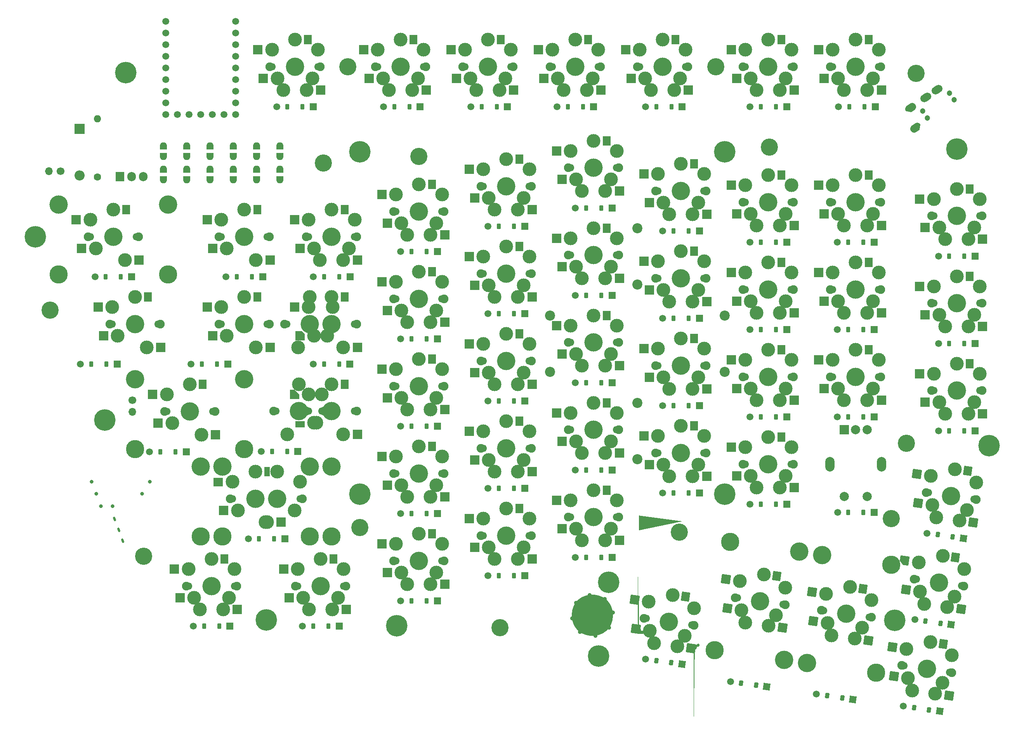
<source format=gts>
%TF.GenerationSoftware,KiCad,Pcbnew,8.0.2*%
%TF.CreationDate,2024-06-02T17:13:22-07:00*%
%TF.ProjectId,ergodonk_simple_zero,6572676f-646f-46e6-9b5f-73696d706c65,0.2.1*%
%TF.SameCoordinates,Original*%
%TF.FileFunction,Soldermask,Top*%
%TF.FilePolarity,Negative*%
%FSLAX46Y46*%
G04 Gerber Fmt 4.6, Leading zero omitted, Abs format (unit mm)*
G04 Created by KiCad (PCBNEW 8.0.2) date 2024-06-02 17:13:22*
%MOMM*%
%LPD*%
G01*
G04 APERTURE LIST*
G04 Aperture macros list*
%AMRoundRect*
0 Rectangle with rounded corners*
0 $1 Rounding radius*
0 $2 $3 $4 $5 $6 $7 $8 $9 X,Y pos of 4 corners*
0 Add a 4 corners polygon primitive as box body*
4,1,4,$2,$3,$4,$5,$6,$7,$8,$9,$2,$3,0*
0 Add four circle primitives for the rounded corners*
1,1,$1+$1,$2,$3*
1,1,$1+$1,$4,$5*
1,1,$1+$1,$6,$7*
1,1,$1+$1,$8,$9*
0 Add four rect primitives between the rounded corners*
20,1,$1+$1,$2,$3,$4,$5,0*
20,1,$1+$1,$4,$5,$6,$7,0*
20,1,$1+$1,$6,$7,$8,$9,0*
20,1,$1+$1,$8,$9,$2,$3,0*%
%AMHorizOval*
0 Thick line with rounded ends*
0 $1 width*
0 $2 $3 position (X,Y) of the first rounded end (center of the circle)*
0 $4 $5 position (X,Y) of the second rounded end (center of the circle)*
0 Add line between two ends*
20,1,$1,$2,$3,$4,$5,0*
0 Add two circle primitives to create the rounded ends*
1,1,$1,$2,$3*
1,1,$1,$4,$5*%
%AMRotRect*
0 Rectangle, with rotation*
0 The origin of the aperture is its center*
0 $1 length*
0 $2 width*
0 $3 Rotation angle, in degrees counterclockwise*
0 Add horizontal line*
21,1,$1,$2,0,0,$3*%
%AMOutline5P*
0 Free polygon, 5 corners , with rotation*
0 The origin of the aperture is its center*
0 number of corners: always 5*
0 $1 to $10 corner X, Y*
0 $11 Rotation angle, in degrees counterclockwise*
0 create outline with 5 corners*
4,1,5,$1,$2,$3,$4,$5,$6,$7,$8,$9,$10,$1,$2,$11*%
%AMOutline6P*
0 Free polygon, 6 corners , with rotation*
0 The origin of the aperture is its center*
0 number of corners: always 6*
0 $1 to $12 corner X, Y*
0 $13 Rotation angle, in degrees counterclockwise*
0 create outline with 6 corners*
4,1,6,$1,$2,$3,$4,$5,$6,$7,$8,$9,$10,$11,$12,$1,$2,$13*%
%AMOutline7P*
0 Free polygon, 7 corners , with rotation*
0 The origin of the aperture is its center*
0 number of corners: always 7*
0 $1 to $14 corner X, Y*
0 $15 Rotation angle, in degrees counterclockwise*
0 create outline with 7 corners*
4,1,7,$1,$2,$3,$4,$5,$6,$7,$8,$9,$10,$11,$12,$13,$14,$1,$2,$15*%
%AMOutline8P*
0 Free polygon, 8 corners , with rotation*
0 The origin of the aperture is its center*
0 number of corners: always 8*
0 $1 to $16 corner X, Y*
0 $17 Rotation angle, in degrees counterclockwise*
0 create outline with 8 corners*
4,1,8,$1,$2,$3,$4,$5,$6,$7,$8,$9,$10,$11,$12,$13,$14,$15,$16,$1,$2,$17*%
%AMFreePoly0*
4,1,18,-0.800000,0.750000,0.050000,0.750000,0.201663,0.734505,0.366964,0.679731,0.515177,0.588312,0.638312,0.465177,0.729731,0.316964,0.784505,0.151663,0.800000,0.000000,0.784505,-0.151663,0.729731,-0.316964,0.638312,-0.465177,0.515177,-0.588312,0.366964,-0.679731,0.201663,-0.734505,0.050000,-0.750000,-0.800000,-0.750000,-0.800000,0.750000,-0.800000,0.750000,$1*%
%AMFreePoly1*
4,1,19,-0.800000,0.000000,-0.784505,0.151663,-0.729731,0.316964,-0.638312,0.465177,-0.515177,0.588312,-0.366964,0.679731,-0.201663,0.734505,-0.050000,0.750000,0.800000,0.750000,0.800000,-0.750000,-0.050000,-0.750000,-0.201663,-0.734505,-0.366964,-0.679731,-0.515177,-0.588312,-0.638312,-0.465177,-0.729731,-0.316964,-0.784505,-0.151663,-0.800000,0.000000,-0.800000,0.000000,-0.800000,0.000000,
$1*%
%AMFreePoly2*
4,1,28,-0.850000,0.400000,-0.842219,0.514750,-0.797860,0.693119,-0.716196,0.857783,-0.601041,1.001041,-0.457783,1.116195,-0.293120,1.197860,-0.114750,1.242219,0.000000,1.250000,0.850001,0.400000,0.850000,-0.400000,0.842219,-0.514750,0.797860,-0.693119,0.716196,-0.857783,0.601041,-1.001041,0.457783,-1.116195,0.293120,-1.197860,0.114750,-1.242219,0.000000,-1.250000,-0.114750,-1.242219,
-0.293119,-1.197860,-0.457783,-1.116195,-0.601041,-1.001041,-0.716195,-0.857783,-0.797860,-0.693119,-0.842219,-0.514750,-0.850001,-0.400000,-0.850000,0.400000,-0.850000,0.400000,$1*%
%AMFreePoly3*
4,1,28,-0.850000,0.400000,-0.842219,0.514750,-0.797860,0.693119,-0.716196,0.857783,-0.601041,1.001041,-0.457783,1.116195,-0.293120,1.197860,-0.114750,1.242219,0.000000,1.250000,0.114750,1.242219,0.293119,1.197860,0.457783,1.116195,0.601041,1.001041,0.716195,0.857783,0.797860,0.693119,0.842219,0.514750,0.850001,0.400000,0.850000,-0.400000,0.000000,-1.250000,-0.114750,-1.242219,
-0.293119,-1.197860,-0.457783,-1.116195,-0.601041,-1.001041,-0.716195,-0.857783,-0.797860,-0.693119,-0.842219,-0.514750,-0.850001,-0.400000,-0.850000,0.400000,-0.850000,0.400000,$1*%
%AMFreePoly4*
4,1,70,0.078904,0.947006,0.105684,0.947006,0.144395,0.936633,0.168156,0.932870,0.178932,0.927378,0.193939,0.923358,0.247393,0.892496,0.265726,0.883156,0.268665,0.880214,0.273067,0.877674,0.337674,0.813067,0.340214,0.808666,0.343156,0.805725,0.352496,0.787393,0.383358,0.733939,0.387378,0.718932,0.392870,0.708156,0.396633,0.684395,0.407006,0.645684,0.407133,0.618095,
0.410000,0.600000,0.410000,0.555652,0.437409,0.471298,0.489542,0.399542,0.561298,0.347408,0.645652,0.320000,0.690000,0.320000,0.798156,0.302870,0.895725,0.253155,0.973156,0.175725,1.022870,0.078156,1.040000,-0.030000,1.022870,-0.138156,0.973156,-0.235725,0.895725,-0.313156,0.798156,-0.362870,0.690000,-0.380000,0.519825,-0.365112,0.354820,-0.320899,0.268177,-0.280496,
0.193939,-0.323358,0.105684,-0.347006,0.014316,-0.347006,-0.073939,-0.323358,-0.153067,-0.277674,-0.217674,-0.213067,-0.263358,-0.133939,-0.287006,-0.045684,-0.290000,0.600000,-0.287006,0.645684,-0.276632,0.684395,-0.272870,0.708156,-0.267378,0.718932,-0.263358,0.733939,-0.232496,0.787393,-0.223156,0.805725,-0.220214,0.808666,-0.217674,0.813067,-0.153067,0.877674,-0.148666,0.880214,
-0.145725,0.883156,-0.127393,0.892496,-0.073939,0.923358,-0.058932,0.927378,-0.048156,0.932870,-0.024395,0.936633,0.014316,0.947006,0.041096,0.947006,0.060001,0.950000,0.078904,0.947006,0.078904,0.947006,$1*%
%AMFreePoly5*
4,1,72,0.778156,0.422870,0.875725,0.373156,0.953156,0.295725,1.002870,0.198156,1.020000,0.090000,1.002870,-0.018156,0.953156,-0.115725,0.875725,-0.193156,0.778156,-0.242870,0.670000,-0.260000,0.625652,-0.260000,0.541298,-0.287409,0.469542,-0.339542,0.417409,-0.411298,0.390000,-0.495652,0.390000,-0.540000,0.387006,-0.585684,0.376633,-0.624395,0.372870,-0.648156,0.367378,-0.658932,
0.363358,-0.673939,0.332496,-0.727393,0.323156,-0.745725,0.320214,-0.748666,0.317674,-0.753067,0.253067,-0.817674,0.248666,-0.820214,0.245724,-0.823156,0.227393,-0.832496,0.173939,-0.863358,0.158932,-0.867378,0.148156,-0.872870,0.124395,-0.876633,0.085684,-0.887006,0.058904,-0.887006,0.040000,-0.890000,0.021096,-0.887006,-0.005684,-0.887006,-0.044395,-0.876633,-0.068156,-0.872870,
-0.078932,-0.867379,-0.093939,-0.863358,-0.147393,-0.832496,-0.165725,-0.823156,-0.168666,-0.820214,-0.173067,-0.817674,-0.237674,-0.753067,-0.240214,-0.748666,-0.243156,-0.745725,-0.252496,-0.727393,-0.283358,-0.673939,-0.287378,-0.658932,-0.292870,-0.648156,-0.296633,-0.624395,-0.307006,-0.585684,-0.307133,-0.558095,-0.310000,-0.540000,-0.307357,-0.509799,-0.310000,0.060000,-0.307006,0.105684,
-0.283358,0.193939,-0.237674,0.273067,-0.173067,0.337674,-0.093939,0.383358,-0.005684,0.407006,0.085684,0.407006,0.173939,0.383358,0.248177,0.340496,0.334820,0.380899,0.499825,0.425112,0.670000,0.440000,0.778156,0.422870,0.778156,0.422870,$1*%
G04 Aperture macros list end*
%ADD10R,1.500000X1.500000*%
%ADD11RoundRect,0.225000X0.225000X0.375000X-0.225000X0.375000X-0.225000X-0.375000X0.225000X-0.375000X0*%
%ADD12C,1.500000*%
%ADD13C,1.900000*%
%ADD14C,1.700000*%
%ADD15C,3.000000*%
%ADD16C,4.000000*%
%ADD17R,1.800000X2.000000*%
%ADD18R,2.000000X2.000000*%
%ADD19C,4.700000*%
%ADD20RotRect,1.500000X1.500000X172.000000*%
%ADD21RoundRect,0.225000X0.275000X0.340037X-0.170620X0.402664X-0.275000X-0.340037X0.170620X-0.402664X0*%
%ADD22HorizOval,0.500000X0.087964X-0.234013X-0.087964X0.234013X0*%
%ADD23FreePoly0,90.000000*%
%ADD24FreePoly1,90.000000*%
%ADD25C,0.700000*%
%ADD26C,3.750000*%
%ADD27C,3.987800*%
%ADD28C,0.800000*%
%ADD29RotRect,1.800000X2.000000X352.000000*%
%ADD30RotRect,2.000000X2.000000X352.000000*%
%ADD31R,1.905000X2.000000*%
%ADD32O,1.905000X2.000000*%
%ADD33Outline5P,-1.000000X1.000000X0.400000X1.000000X1.000000X0.400000X1.000000X-1.000000X-1.000000X-1.000000X0.000000*%
%ADD34R,2.200000X2.200000*%
%ADD35O,2.200000X2.200000*%
%ADD36C,1.200000*%
%ADD37FreePoly2,304.101000*%
%ADD38FreePoly3,304.101000*%
%ADD39HorizOval,1.700000X-0.331220X-0.224261X0.331220X0.224261X0*%
%ADD40R,2.000000X1.440000*%
%ADD41Outline5P,-1.000000X1.000000X0.000000X1.000000X1.000000X0.000000X1.000000X-1.000000X-1.000000X-1.000000X0.000000*%
%ADD42C,2.200000*%
%ADD43FreePoly0,270.000000*%
%ADD44FreePoly1,270.000000*%
%ADD45Outline5P,-1.000000X1.000000X1.000000X1.000000X1.000000X-1.000000X-0.200000X-1.000000X-1.000000X-0.200000X352.000000*%
%ADD46O,1.700000X1.700000*%
%ADD47C,0.001000*%
%ADD48FreePoly4,172.000000*%
%ADD49FreePoly5,172.000000*%
%ADD50C,1.600000*%
%ADD51O,1.600000X1.600000*%
%ADD52C,0.900000*%
%ADD53C,9.000000*%
%ADD54R,1.302500X2.031100*%
%ADD55R,1.999998X1.828900*%
%ADD56O,2.000000X3.200000*%
%ADD57C,2.000000*%
G04 APERTURE END LIST*
D10*
%TO.C,D58*%
X81526250Y-155818000D03*
D11*
X79176250Y-155818000D03*
X75876250Y-155818000D03*
D12*
X73526250Y-155818000D03*
%TD*%
D13*
%TO.C,SW31*%
X223520000Y-101468000D03*
D14*
X223100000Y-101468000D03*
D15*
X223020000Y-97768000D03*
X221830000Y-104008000D03*
X220560000Y-106548000D03*
D16*
X218020000Y-101468000D03*
D15*
X218020000Y-95568000D03*
X215480000Y-106548000D03*
X214210000Y-104008000D03*
X213020000Y-97768000D03*
D14*
X212940000Y-101468000D03*
D13*
X212520000Y-101468000D03*
D17*
X220820000Y-95568000D03*
D18*
X211120000Y-104008000D03*
X223620000Y-106548000D03*
X209920000Y-97768000D03*
%TD*%
D10*
%TO.C,D17*%
X107720000Y-79618000D03*
D11*
X105370000Y-79618000D03*
X102070000Y-79618000D03*
D12*
X99720000Y-79618000D03*
%TD*%
D10*
%TO.C,D55*%
X145820000Y-144818000D03*
D11*
X143470000Y-144818000D03*
X140170000Y-144818000D03*
D12*
X137820000Y-144818000D03*
%TD*%
D13*
%TO.C,SW55*%
X147320000Y-136068000D03*
D14*
X146900000Y-136068000D03*
D15*
X146820000Y-132368000D03*
X145630000Y-138608000D03*
X144360000Y-141148000D03*
D16*
X141820000Y-136068000D03*
D15*
X141820000Y-130168000D03*
X139280000Y-141148000D03*
X138010000Y-138608000D03*
X136820000Y-132368000D03*
D14*
X136740000Y-136068000D03*
D13*
X136320000Y-136068000D03*
D17*
X144620000Y-130168000D03*
D18*
X134920000Y-138608000D03*
X147420000Y-141148000D03*
X133720000Y-132368000D03*
%TD*%
D19*
%TO.C,H7*%
X161920000Y-162300000D03*
%TD*%
%TO.C,H26*%
X117870000Y-155700000D03*
%TD*%
D10*
%TO.C,D46*%
X126770000Y-131268000D03*
D11*
X124420000Y-131268000D03*
X121120000Y-131268000D03*
D12*
X118770000Y-131268000D03*
%TD*%
D20*
%TO.C,D40*%
X238822532Y-155516692D03*
D21*
X236495402Y-155189636D03*
X233227518Y-154730364D03*
D12*
X230900388Y-154403308D03*
%TD*%
D10*
%TO.C,D08*%
X60095000Y-79618000D03*
D11*
X57745000Y-79618000D03*
X54445000Y-79618000D03*
D12*
X52095000Y-79618000D03*
%TD*%
D22*
%TO.C,REF\u002A\u002A*%
X56368178Y-132484579D03*
X57247823Y-134824712D03*
X58127468Y-137164845D03*
%TD*%
D23*
%TO.C,JP10*%
X92380000Y-51068000D03*
X92380000Y-56148000D03*
D24*
X92380000Y-53408000D03*
X92380000Y-58488000D03*
%TD*%
D10*
%TO.C,D15*%
X145820000Y-68618000D03*
D11*
X143470000Y-68618000D03*
X140170000Y-68618000D03*
D12*
X137820000Y-68618000D03*
%TD*%
D19*
%TO.C,H5*%
X226530000Y-154538000D03*
%TD*%
D10*
%TO.C,D54*%
X164870000Y-140818000D03*
D11*
X162520000Y-140818000D03*
X159220000Y-140818000D03*
D12*
X156870000Y-140818000D03*
%TD*%
D13*
%TO.C,SW16*%
X128270000Y-65368000D03*
D14*
X127850000Y-65368000D03*
D15*
X127770000Y-61668000D03*
X126580000Y-67908000D03*
X125310000Y-70448000D03*
D16*
X122770000Y-65368000D03*
D15*
X122770000Y-59468000D03*
X120230000Y-70448000D03*
X118960000Y-67908000D03*
X117770000Y-61668000D03*
D14*
X117690000Y-65368000D03*
D13*
X117270000Y-65368000D03*
D17*
X125570000Y-59468000D03*
D18*
X115870000Y-67908000D03*
X128370000Y-70448000D03*
X114670000Y-61668000D03*
%TD*%
D13*
%TO.C,SW6*%
X124270000Y-33818000D03*
D14*
X123850000Y-33818000D03*
D15*
X123770000Y-30118000D03*
X122580000Y-36358000D03*
X121310000Y-38898000D03*
D16*
X118770000Y-33818000D03*
D15*
X118770000Y-27918000D03*
X116230000Y-38898000D03*
X114960000Y-36358000D03*
X113770000Y-30118000D03*
D14*
X113690000Y-33818000D03*
D13*
X113270000Y-33818000D03*
D17*
X121570000Y-27918000D03*
D18*
X111870000Y-36358000D03*
X124370000Y-38898000D03*
X110670000Y-30118000D03*
%TD*%
D25*
%TO.C,H18*%
X198149340Y-50282339D03*
X198149340Y-52403660D03*
D26*
X199210000Y-51343000D03*
D25*
X200270660Y-50282339D03*
X200270660Y-52403660D03*
%TD*%
D10*
%TO.C,D56*%
X126770000Y-150318000D03*
D11*
X124420000Y-150318000D03*
X121120000Y-150318000D03*
D12*
X118770000Y-150318000D03*
%TD*%
D25*
%TO.C,H12*%
X108839340Y-133232339D03*
X108839340Y-135353660D03*
D26*
X109900000Y-134293000D03*
D25*
X110960660Y-133232339D03*
X110960660Y-135353660D03*
%TD*%
D10*
%TO.C,D5*%
X142070000Y-42568000D03*
D11*
X139720000Y-42568000D03*
X136420000Y-42568000D03*
D12*
X134070000Y-42568000D03*
%TD*%
D10*
%TO.C,D13*%
X183920000Y-69618000D03*
D11*
X181570000Y-69618000D03*
X178270000Y-69618000D03*
D12*
X175920000Y-69618000D03*
%TD*%
D10*
%TO.C,D32*%
X202970000Y-110218000D03*
D11*
X200620000Y-110218000D03*
X197320000Y-110218000D03*
D12*
X194970000Y-110218000D03*
%TD*%
D10*
%TO.C,D26*%
X126770000Y-93168000D03*
D11*
X124420000Y-93168000D03*
X121120000Y-93168000D03*
D12*
X118770000Y-93168000D03*
%TD*%
D19*
%TO.C,H2*%
X189430000Y-127043000D03*
%TD*%
D16*
%TO.C,REF\u002A\u002A*%
X79907500Y-121033000D03*
D27*
X79907500Y-136273000D03*
D16*
X103720000Y-121033000D03*
D27*
X103720000Y-136273000D03*
%TD*%
D13*
%TO.C,SW14*%
X166370000Y-55868000D03*
D14*
X165950000Y-55868000D03*
D15*
X165870000Y-52168000D03*
X164680000Y-58408000D03*
X163410000Y-60948000D03*
D16*
X160870000Y-55868000D03*
D15*
X160870000Y-49968000D03*
X158330000Y-60948000D03*
X157060000Y-58408000D03*
X155870000Y-52168000D03*
D14*
X155790000Y-55868000D03*
D13*
X155370000Y-55868000D03*
D17*
X163670000Y-49968000D03*
D18*
X153970000Y-58408000D03*
X166470000Y-60948000D03*
X152770000Y-52168000D03*
%TD*%
D10*
%TO.C,D38*%
X81070000Y-98668000D03*
D11*
X78720000Y-98668000D03*
X75420000Y-98668000D03*
D12*
X73070000Y-98668000D03*
%TD*%
D13*
%TO.C,SW43*%
X185420000Y-118018000D03*
D14*
X185000000Y-118018000D03*
D15*
X184920000Y-114318000D03*
X183730000Y-120558000D03*
X182460000Y-123098000D03*
D16*
X179920000Y-118018000D03*
D15*
X179920000Y-112118000D03*
X177380000Y-123098000D03*
X176110000Y-120558000D03*
X174920000Y-114318000D03*
D14*
X174840000Y-118018000D03*
D13*
X174420000Y-118018000D03*
D17*
X182720000Y-112118000D03*
D18*
X173020000Y-120558000D03*
X185520000Y-123098000D03*
X171820000Y-114318000D03*
%TD*%
D10*
%TO.C,D7*%
X99720000Y-42568000D03*
D11*
X97370000Y-42568000D03*
X94070000Y-42568000D03*
D12*
X91720000Y-42568000D03*
%TD*%
D10*
%TO.C,D18*%
X88670000Y-79618000D03*
D11*
X86320000Y-79618000D03*
X83020000Y-79618000D03*
D12*
X80670000Y-79618000D03*
%TD*%
D10*
%TO.C,D2*%
X202970000Y-42568000D03*
D11*
X200620000Y-42568000D03*
X197320000Y-42568000D03*
D12*
X194970000Y-42568000D03*
%TD*%
D19*
%TO.C,H4*%
X109900000Y-52342737D03*
%TD*%
D28*
%TO.C,REF\u002A\u002A*%
X51375000Y-124320000D03*
X64075000Y-124320000D03*
%TD*%
D13*
%TO.C,SW50*%
X238981052Y-165938740D03*
D14*
X238565140Y-165880287D03*
D15*
X239000859Y-162205162D03*
X236954000Y-168218818D03*
X235342860Y-170557348D03*
D16*
X233534578Y-165173288D03*
D15*
X234355699Y-159330706D03*
X230312298Y-169850350D03*
X229408157Y-167158319D03*
X229098178Y-160813431D03*
D14*
X228504016Y-164466289D03*
D13*
X228088104Y-164407836D03*
D29*
X237128450Y-159720391D03*
D30*
X226348229Y-166728274D03*
X238373080Y-170983219D03*
X226028347Y-160381994D03*
%TD*%
D25*
%TO.C,H19*%
X230159340Y-34164339D03*
X230159340Y-36285660D03*
D26*
X231220000Y-35225000D03*
D25*
X232280660Y-34164339D03*
X232280660Y-36285660D03*
%TD*%
D13*
%TO.C,SW22*%
X204470000Y-82418000D03*
D14*
X204050000Y-82418000D03*
D15*
X203970000Y-78718000D03*
X202780000Y-84958000D03*
X201510000Y-87498000D03*
D16*
X198970000Y-82418000D03*
D15*
X198970000Y-76518000D03*
X196430000Y-87498000D03*
X195160000Y-84958000D03*
X193970000Y-78718000D03*
D14*
X193890000Y-82418000D03*
D13*
X193470000Y-82418000D03*
D17*
X201770000Y-76518000D03*
D18*
X192070000Y-84958000D03*
X204570000Y-87498000D03*
X190870000Y-78718000D03*
%TD*%
D13*
%TO.C,SW4*%
X162370000Y-33818000D03*
D14*
X161950000Y-33818000D03*
D15*
X161870000Y-30118000D03*
X160680000Y-36358000D03*
X159410000Y-38898000D03*
D16*
X156870000Y-33818000D03*
D15*
X156870000Y-27918000D03*
X154330000Y-38898000D03*
X153060000Y-36358000D03*
X151870000Y-30118000D03*
D14*
X151790000Y-33818000D03*
D13*
X151370000Y-33818000D03*
D17*
X159670000Y-27918000D03*
D18*
X149970000Y-36358000D03*
X162470000Y-38898000D03*
X148770000Y-30118000D03*
%TD*%
D13*
%TO.C,SW7*%
X101220000Y-33818000D03*
D14*
X100800000Y-33818000D03*
D15*
X100720000Y-30118000D03*
X99530000Y-36358000D03*
X98260000Y-38898000D03*
D16*
X95720000Y-33818000D03*
D15*
X95720000Y-27918000D03*
X93180000Y-38898000D03*
X91910000Y-36358000D03*
X90720000Y-30118000D03*
D14*
X90640000Y-33818000D03*
D13*
X90220000Y-33818000D03*
D17*
X98520000Y-27918000D03*
D18*
X88820000Y-36358000D03*
X101320000Y-38898000D03*
X87620000Y-30118000D03*
%TD*%
D13*
%TO.C,SW52*%
X202639889Y-151150325D03*
D14*
X202223977Y-151091872D03*
D15*
X202659696Y-147416747D03*
X200612837Y-153430403D03*
X199001697Y-155768933D03*
D16*
X197193415Y-150384873D03*
D15*
X198014536Y-144542291D03*
X193971135Y-155061935D03*
X193066994Y-152369904D03*
X192757015Y-146025016D03*
D14*
X192162853Y-149677874D03*
D13*
X191746941Y-149619421D03*
D29*
X200787287Y-144931976D03*
D30*
X190007066Y-151939859D03*
X202031917Y-156194804D03*
X189687184Y-145593579D03*
%TD*%
D16*
%TO.C,REF\u002A\u002A*%
X60857500Y-101983000D03*
D27*
X60857500Y-117223000D03*
D16*
X84670000Y-101983000D03*
D27*
X84670000Y-117223000D03*
%TD*%
D13*
%TO.C,SW44*%
X166370000Y-113018000D03*
D14*
X165950000Y-113018000D03*
D15*
X165870000Y-109318000D03*
X164680000Y-115558000D03*
X163410000Y-118098000D03*
D16*
X160870000Y-113018000D03*
D15*
X160870000Y-107118000D03*
X158330000Y-118098000D03*
X157060000Y-115558000D03*
X155870000Y-109318000D03*
D14*
X155790000Y-113018000D03*
D13*
X155370000Y-113018000D03*
D17*
X163670000Y-107118000D03*
D18*
X153970000Y-115558000D03*
X166470000Y-118098000D03*
X152770000Y-109318000D03*
%TD*%
D25*
%TO.C,H17*%
X106189340Y-32757339D03*
X106189340Y-34878660D03*
D26*
X107250000Y-33818000D03*
D25*
X108310660Y-32757339D03*
X108310660Y-34878660D03*
%TD*%
D28*
%TO.C,REF\u002A\u002A*%
X53405000Y-129645000D03*
X55945000Y-129645000D03*
%TD*%
D31*
%TO.C,Q1*%
X57550000Y-57777500D03*
D32*
X60090000Y-57777500D03*
X62630000Y-57777500D03*
%TD*%
D13*
%TO.C,SW26*%
X128270000Y-84418000D03*
D14*
X127850000Y-84418000D03*
D15*
X127770000Y-80718000D03*
X126580000Y-86958000D03*
X125310000Y-89498000D03*
D16*
X122770000Y-84418000D03*
D15*
X122770000Y-78518000D03*
X120230000Y-89498000D03*
X118960000Y-86958000D03*
X117770000Y-80718000D03*
D14*
X117690000Y-84418000D03*
D13*
X117270000Y-84418000D03*
D17*
X125570000Y-78518000D03*
D18*
X115870000Y-86958000D03*
X128370000Y-89498000D03*
X114670000Y-80718000D03*
%TD*%
D19*
%TO.C,H20*%
X54260000Y-110850000D03*
%TD*%
D13*
%TO.C,SW56*%
X128270000Y-141568000D03*
D14*
X127850000Y-141568000D03*
D15*
X127770000Y-137868000D03*
X126580000Y-144108000D03*
X125310000Y-146648000D03*
D16*
X122770000Y-141568000D03*
D15*
X122770000Y-135668000D03*
X120230000Y-146648000D03*
X118960000Y-144108000D03*
X117770000Y-137868000D03*
D14*
X117690000Y-141568000D03*
D13*
X117270000Y-141568000D03*
D17*
X125570000Y-135668000D03*
D18*
X115870000Y-144108000D03*
X128370000Y-146648000D03*
X114670000Y-137868000D03*
%TD*%
D12*
%TO.C,MCU11*%
X82800000Y-23868000D03*
X82800000Y-26408000D03*
X82800000Y-28948000D03*
X82800000Y-31488000D03*
X82800000Y-34028000D03*
X82800000Y-36568000D03*
X82800000Y-39108000D03*
X82800000Y-41648000D03*
X82800000Y-44188000D03*
X80260000Y-44188000D03*
X77720000Y-44188000D03*
X75180000Y-44188000D03*
X72640000Y-44188000D03*
X70100000Y-44188000D03*
X67560000Y-44188000D03*
X67560000Y-41648000D03*
X67560000Y-39108000D03*
X67560000Y-36568000D03*
X67560000Y-34028000D03*
X67560000Y-31488000D03*
X67560000Y-28948000D03*
X67560000Y-26408000D03*
X67560000Y-23868000D03*
%TD*%
D13*
%TO.C,SW46*%
X128270000Y-122518000D03*
D14*
X127850000Y-122518000D03*
D15*
X127770000Y-118818000D03*
X126580000Y-125058000D03*
X125310000Y-127598000D03*
D16*
X122770000Y-122518000D03*
D15*
X122770000Y-116618000D03*
X120230000Y-127598000D03*
X118960000Y-125058000D03*
X117770000Y-118818000D03*
D14*
X117690000Y-122518000D03*
D13*
X117270000Y-122518000D03*
D17*
X125570000Y-116618000D03*
D18*
X115870000Y-125058000D03*
X128370000Y-127598000D03*
X114670000Y-118818000D03*
%TD*%
D13*
%TO.C,SW27*%
X93457500Y-89918000D03*
D14*
X93877500Y-89918000D03*
D15*
X96417500Y-94998000D03*
D13*
X98220000Y-89918000D03*
D14*
X98640000Y-89918000D03*
D15*
X98720000Y-86218000D03*
X98957500Y-84018000D03*
D16*
X98957500Y-89918000D03*
D15*
X99910000Y-92458000D03*
X102767500Y-92458000D03*
X103720000Y-84018000D03*
D16*
X103720000Y-89918000D03*
D15*
X103957500Y-86218000D03*
D14*
X104037500Y-89918000D03*
D13*
X104457500Y-89918000D03*
D15*
X106260000Y-94998000D03*
D14*
X108800000Y-89918000D03*
D13*
X109220000Y-89918000D03*
D33*
X96820000Y-92458000D03*
D17*
X106520000Y-84018000D03*
D18*
X95620000Y-86218000D03*
X109320000Y-94998000D03*
%TD*%
D10*
%TO.C,D21*%
X222020000Y-91168000D03*
D11*
X219670000Y-91168000D03*
X216370000Y-91168000D03*
D12*
X214020000Y-91168000D03*
%TD*%
D13*
%TO.C,SW5*%
X143320000Y-33818000D03*
D14*
X142900000Y-33818000D03*
D15*
X142820000Y-30118000D03*
X141630000Y-36358000D03*
X140360000Y-38898000D03*
D16*
X137820000Y-33818000D03*
D15*
X137820000Y-27918000D03*
X135280000Y-38898000D03*
X134010000Y-36358000D03*
X132820000Y-30118000D03*
D14*
X132740000Y-33818000D03*
D13*
X132320000Y-33818000D03*
D17*
X140620000Y-27918000D03*
D18*
X130920000Y-36358000D03*
X143420000Y-38898000D03*
X129720000Y-30118000D03*
%TD*%
D19*
%TO.C,H10*%
X247095000Y-116475000D03*
%TD*%
D13*
%TO.C,SW08*%
X50595000Y-70868000D03*
D14*
X51015000Y-70868000D03*
D15*
X51095000Y-67168000D03*
X52285000Y-73408000D03*
X56095000Y-64968000D03*
D16*
X56095000Y-70868000D03*
D15*
X58635000Y-75948000D03*
D14*
X61175000Y-70868000D03*
D13*
X61595000Y-70868000D03*
D18*
X47995000Y-67168000D03*
X49195000Y-73408000D03*
D17*
X58895000Y-64968000D03*
D18*
X61695000Y-75948000D03*
%TD*%
D13*
%TO.C,SW10*%
X245570000Y-85418000D03*
D14*
X245150000Y-85418000D03*
D15*
X245070000Y-81718000D03*
X243880000Y-87958000D03*
X242610000Y-90498000D03*
D16*
X240070000Y-85418000D03*
D15*
X240070000Y-79518000D03*
X237530000Y-90498000D03*
X236260000Y-87958000D03*
X235070000Y-81718000D03*
D14*
X234990000Y-85418000D03*
D13*
X234570000Y-85418000D03*
D17*
X242870000Y-79518000D03*
D18*
X233170000Y-87958000D03*
X245670000Y-90498000D03*
X231970000Y-81718000D03*
%TD*%
D34*
%TO.C,D19*%
X48740000Y-47400000D03*
D35*
X48740000Y-57560000D03*
%TD*%
D10*
%TO.C,D37*%
X96350000Y-117703000D03*
D11*
X94000000Y-117703000D03*
X90700000Y-117703000D03*
D12*
X88350000Y-117703000D03*
%TD*%
D13*
%TO.C,SW35*%
X147320000Y-97968000D03*
D14*
X146900000Y-97968000D03*
D15*
X146820000Y-94268000D03*
X145630000Y-100508000D03*
X144360000Y-103048000D03*
D16*
X141820000Y-97968000D03*
D15*
X141820000Y-92068000D03*
X139280000Y-103048000D03*
X138010000Y-100508000D03*
X136820000Y-94268000D03*
D14*
X136740000Y-97968000D03*
D13*
X136320000Y-97968000D03*
D17*
X144620000Y-92068000D03*
D18*
X134920000Y-100508000D03*
X147420000Y-103048000D03*
X133720000Y-94268000D03*
%TD*%
D13*
%TO.C,SW28*%
X55357500Y-89918000D03*
D14*
X55777500Y-89918000D03*
D15*
X55857500Y-86218000D03*
X57047500Y-92458000D03*
X60857500Y-84018000D03*
D16*
X60857500Y-89918000D03*
D15*
X63397500Y-94998000D03*
D14*
X65937500Y-89918000D03*
D13*
X66357500Y-89918000D03*
D18*
X52757500Y-86218000D03*
X53957500Y-92458000D03*
D17*
X63657500Y-84018000D03*
D18*
X66457500Y-94998000D03*
%TD*%
D13*
%TO.C,SW15*%
X147320000Y-59868000D03*
D14*
X146900000Y-59868000D03*
D15*
X146820000Y-56168000D03*
X145630000Y-62408000D03*
X144360000Y-64948000D03*
D16*
X141820000Y-59868000D03*
D15*
X141820000Y-53968000D03*
X139280000Y-64948000D03*
X138010000Y-62408000D03*
X136820000Y-56168000D03*
D14*
X136740000Y-59868000D03*
D13*
X136320000Y-59868000D03*
D17*
X144620000Y-53968000D03*
D18*
X134920000Y-62408000D03*
X147420000Y-64948000D03*
X133720000Y-56168000D03*
%TD*%
D13*
%TO.C,SW21*%
X223520000Y-82418000D03*
D14*
X223100000Y-82418000D03*
D15*
X223020000Y-78718000D03*
X221830000Y-84958000D03*
X220560000Y-87498000D03*
D16*
X218020000Y-82418000D03*
D15*
X218020000Y-76518000D03*
X215480000Y-87498000D03*
X214210000Y-84958000D03*
X213020000Y-78718000D03*
D14*
X212940000Y-82418000D03*
D13*
X212520000Y-82418000D03*
D17*
X220820000Y-76518000D03*
D18*
X211120000Y-84958000D03*
X223620000Y-87498000D03*
X209920000Y-78718000D03*
%TD*%
D10*
%TO.C,D42*%
X202970000Y-129268000D03*
D11*
X200620000Y-129268000D03*
X197320000Y-129268000D03*
D12*
X194970000Y-129268000D03*
%TD*%
D19*
%TO.C,H3*%
X109900000Y-127043000D03*
%TD*%
D10*
%TO.C,D33*%
X183920000Y-107718000D03*
D11*
X181570000Y-107718000D03*
X178270000Y-107718000D03*
D12*
X175920000Y-107718000D03*
%TD*%
D36*
%TO.C,J11*%
X238466781Y-39581892D03*
X232670427Y-43506466D03*
X239447924Y-41030980D03*
X233651570Y-44955554D03*
D37*
X231115232Y-47095528D03*
D38*
X230002564Y-42776736D03*
D39*
X233314766Y-40534122D03*
X235798917Y-38852162D03*
%TD*%
D10*
%TO.C,D11*%
X222020000Y-72118000D03*
D11*
X219670000Y-72118000D03*
X216370000Y-72118000D03*
D12*
X214020000Y-72118000D03*
%TD*%
D25*
%TO.C,H25*%
X224734340Y-131314339D03*
X224734340Y-133435660D03*
D26*
X225795000Y-132375000D03*
D25*
X226855660Y-131314339D03*
X226855660Y-133435660D03*
%TD*%
D10*
%TO.C,D27*%
X107700000Y-98668000D03*
D11*
X105350000Y-98668000D03*
X102050000Y-98668000D03*
D12*
X99700000Y-98668000D03*
%TD*%
D13*
%TO.C,SW17*%
X109220000Y-70868000D03*
D14*
X108800000Y-70868000D03*
D15*
X108720000Y-67168000D03*
X107530000Y-73408000D03*
X106260000Y-75948000D03*
D16*
X103720000Y-70868000D03*
D15*
X103720000Y-64968000D03*
X101180000Y-75948000D03*
X99910000Y-73408000D03*
X98720000Y-67168000D03*
D14*
X98640000Y-70868000D03*
D13*
X98220000Y-70868000D03*
D17*
X106520000Y-64968000D03*
D18*
X96820000Y-73408000D03*
X109320000Y-75948000D03*
X95620000Y-67168000D03*
%TD*%
D19*
%TO.C,H6*%
X240070000Y-51775000D03*
%TD*%
D10*
%TO.C,D12*%
X202970000Y-72118000D03*
D11*
X200620000Y-72118000D03*
X197320000Y-72118000D03*
D12*
X194970000Y-72118000D03*
%TD*%
D19*
%TO.C,H24*%
X39045993Y-70866000D03*
%TD*%
D13*
%TO.C,SW30*%
X244283547Y-128209526D03*
D14*
X243867635Y-128151073D03*
D15*
X244303354Y-124475948D03*
X242256495Y-130489604D03*
X240645355Y-132828134D03*
D16*
X238837073Y-127444074D03*
D15*
X239658194Y-121601492D03*
X235614793Y-132121136D03*
X234710652Y-129429105D03*
X234400673Y-123084217D03*
D14*
X233806511Y-126737075D03*
D13*
X233390599Y-126678622D03*
D29*
X242430945Y-121991177D03*
D30*
X231650724Y-128999060D03*
X243675575Y-133254005D03*
X231330842Y-122652780D03*
%TD*%
D10*
%TO.C,D25*%
X145820000Y-87668000D03*
D11*
X143470000Y-87668000D03*
X140170000Y-87668000D03*
D12*
X137820000Y-87668000D03*
%TD*%
D10*
%TO.C,D34*%
X164870000Y-102718000D03*
D11*
X162520000Y-102718000D03*
X159220000Y-102718000D03*
D12*
X156870000Y-102718000D03*
%TD*%
D10*
%TO.C,D48*%
X72010000Y-117790000D03*
D11*
X69660000Y-117790000D03*
X66360000Y-117790000D03*
D12*
X64010000Y-117790000D03*
%TD*%
D23*
%TO.C,JP11*%
X87300000Y-51068000D03*
X87300000Y-56148000D03*
D24*
X87300000Y-53408000D03*
X87300000Y-58488000D03*
%TD*%
D13*
%TO.C,SW57*%
X106838750Y-147068000D03*
D14*
X106418750Y-147068000D03*
D15*
X106338750Y-143368000D03*
X105148750Y-149608000D03*
X103878750Y-152148000D03*
D16*
X101338750Y-147068000D03*
D15*
X101338750Y-141168000D03*
X98798750Y-152148000D03*
X97528750Y-149608000D03*
X96338750Y-143368000D03*
D14*
X96258750Y-147068000D03*
D13*
X95838750Y-147068000D03*
D17*
X104138750Y-141168000D03*
D18*
X94438750Y-149608000D03*
X106938750Y-152148000D03*
X93238750Y-143368000D03*
%TD*%
D19*
%TO.C,H1*%
X189430000Y-52342737D03*
%TD*%
D10*
%TO.C,D4*%
X160870000Y-42568000D03*
D11*
X158520000Y-42568000D03*
X155220000Y-42568000D03*
D12*
X152870000Y-42568000D03*
%TD*%
D20*
%TO.C,D50*%
X236344467Y-174396692D03*
D21*
X234017337Y-174069636D03*
X230749453Y-173610364D03*
D12*
X228422323Y-173283308D03*
%TD*%
D13*
%TO.C,SW37*%
X91076250Y-108953000D03*
D14*
X91496250Y-108953000D03*
D15*
X94036250Y-114033000D03*
X96576250Y-103053000D03*
D16*
X96576250Y-108953000D03*
D13*
X98220000Y-108953000D03*
D14*
X98640000Y-108953000D03*
D15*
X98720000Y-105253000D03*
X99910000Y-111493000D03*
X100386250Y-111493000D03*
X101576250Y-105253000D03*
D14*
X101656250Y-108953000D03*
D13*
X102076250Y-108953000D03*
D15*
X103720000Y-103053000D03*
D16*
X103720000Y-108953000D03*
D15*
X106260000Y-114033000D03*
D14*
X108800000Y-108953000D03*
D13*
X109220000Y-108953000D03*
D40*
X96820000Y-111773000D03*
D17*
X106520000Y-103053000D03*
D41*
X95620000Y-105253000D03*
D18*
X109320000Y-114033000D03*
%TD*%
D42*
%TO.C,REF\u002A\u002A*%
X151345000Y-100388000D03*
X170395000Y-81338000D03*
X170395000Y-119438000D03*
X189445000Y-100388000D03*
%TD*%
D13*
%TO.C,SW24*%
X166370000Y-74918000D03*
D14*
X165950000Y-74918000D03*
D15*
X165870000Y-71218000D03*
X164680000Y-77458000D03*
X163410000Y-79998000D03*
D16*
X160870000Y-74918000D03*
D15*
X160870000Y-69018000D03*
X158330000Y-79998000D03*
X157060000Y-77458000D03*
X155870000Y-71218000D03*
D14*
X155790000Y-74918000D03*
D13*
X155370000Y-74918000D03*
D17*
X163670000Y-69018000D03*
D18*
X153970000Y-77458000D03*
X166470000Y-79998000D03*
X152770000Y-71218000D03*
%TD*%
D13*
%TO.C,SW1*%
X223520000Y-33818000D03*
D14*
X223100000Y-33818000D03*
D15*
X223020000Y-30118000D03*
X221830000Y-36358000D03*
X220560000Y-38898000D03*
D16*
X218020000Y-33818000D03*
D15*
X218020000Y-27918000D03*
X215480000Y-38898000D03*
X214210000Y-36358000D03*
X213020000Y-30118000D03*
D14*
X212940000Y-33818000D03*
D13*
X212520000Y-33818000D03*
D17*
X220820000Y-27918000D03*
D18*
X211120000Y-36358000D03*
X223620000Y-38898000D03*
X209920000Y-30118000D03*
%TD*%
D13*
%TO.C,SW2*%
X204470000Y-33818000D03*
D14*
X204050000Y-33818000D03*
D15*
X203970000Y-30118000D03*
X202780000Y-36358000D03*
X201510000Y-38898000D03*
D16*
X198970000Y-33818000D03*
D15*
X198970000Y-27918000D03*
X196430000Y-38898000D03*
X195160000Y-36358000D03*
X193970000Y-30118000D03*
D14*
X193890000Y-33818000D03*
D13*
X193470000Y-33818000D03*
D17*
X201770000Y-27918000D03*
D18*
X192070000Y-36358000D03*
X204570000Y-38898000D03*
X190870000Y-30118000D03*
%TD*%
D20*
%TO.C,D51*%
X217388449Y-171788991D03*
D21*
X215061319Y-171461935D03*
X211793435Y-171002663D03*
D12*
X209466305Y-170675607D03*
%TD*%
D43*
%TO.C,JP13*%
X66980000Y-58488000D03*
X66980000Y-53408000D03*
D44*
X66980000Y-56148000D03*
X66980000Y-51068000D03*
%TD*%
D10*
%TO.C,D0*%
X244070000Y-75118000D03*
D11*
X241720000Y-75118000D03*
X238420000Y-75118000D03*
D12*
X236070000Y-75118000D03*
%TD*%
D25*
%TO.C,H16*%
X100884340Y-53717339D03*
X100884340Y-55838660D03*
D26*
X101945000Y-54778000D03*
D25*
X103005660Y-53717339D03*
X103005660Y-55838660D03*
%TD*%
D10*
%TO.C,D1*%
X222270000Y-42568000D03*
D11*
X219920000Y-42568000D03*
X216620000Y-42568000D03*
D12*
X214270000Y-42568000D03*
%TD*%
D16*
%TO.C,REF\u002A\u002A*%
X205690691Y-139606180D03*
D27*
X190599006Y-137485182D03*
D16*
X202376632Y-163186938D03*
D27*
X187284946Y-161065940D03*
%TD*%
D13*
%TO.C,SW20*%
X245570000Y-104468000D03*
D14*
X245150000Y-104468000D03*
D15*
X245070000Y-100768000D03*
X243880000Y-107008000D03*
X242610000Y-109548000D03*
D16*
X240070000Y-104468000D03*
D15*
X240070000Y-98568000D03*
X237530000Y-109548000D03*
X236260000Y-107008000D03*
X235070000Y-100768000D03*
D14*
X234990000Y-104468000D03*
D13*
X234570000Y-104468000D03*
D17*
X242870000Y-98568000D03*
D18*
X233170000Y-107008000D03*
X245670000Y-109548000D03*
X231970000Y-100768000D03*
%TD*%
D10*
%TO.C,D47*%
X93530000Y-136780000D03*
D11*
X91180000Y-136780000D03*
X87880000Y-136780000D03*
D12*
X85530000Y-136780000D03*
%TD*%
D13*
%TO.C,SW42*%
X204470000Y-120518000D03*
D14*
X204050000Y-120518000D03*
D15*
X203970000Y-116818000D03*
X202780000Y-123058000D03*
X201510000Y-125598000D03*
D16*
X198970000Y-120518000D03*
D15*
X198970000Y-114618000D03*
X196430000Y-125598000D03*
X195160000Y-123058000D03*
X193970000Y-116818000D03*
D14*
X193890000Y-120518000D03*
D13*
X193470000Y-120518000D03*
D17*
X201770000Y-114618000D03*
D18*
X192070000Y-123058000D03*
X204570000Y-125598000D03*
X190870000Y-116818000D03*
%TD*%
D10*
%TO.C,D6*%
X123020000Y-42568000D03*
D11*
X120670000Y-42568000D03*
X117370000Y-42568000D03*
D12*
X115020000Y-42568000D03*
%TD*%
D10*
%TO.C,D24*%
X164870000Y-83668000D03*
D11*
X162520000Y-83668000D03*
X159220000Y-83668000D03*
D12*
X156870000Y-83668000D03*
%TD*%
D19*
%TO.C,H8*%
X58800000Y-35110000D03*
%TD*%
D25*
%TO.C,H22*%
X186399340Y-32757339D03*
X186399340Y-34878660D03*
D26*
X187460000Y-33818000D03*
D25*
X188520660Y-32757339D03*
X188520660Y-34878660D03*
%TD*%
D10*
%TO.C,D3*%
X180170000Y-42568000D03*
D11*
X177820000Y-42568000D03*
X174520000Y-42568000D03*
D12*
X172170000Y-42568000D03*
%TD*%
D13*
%TO.C,SW34*%
X166370000Y-93968000D03*
D14*
X165950000Y-93968000D03*
D15*
X165870000Y-90268000D03*
X164680000Y-96508000D03*
X163410000Y-99048000D03*
D16*
X160870000Y-93968000D03*
D15*
X160870000Y-88068000D03*
X158330000Y-99048000D03*
X157060000Y-96508000D03*
X155870000Y-90268000D03*
D14*
X155790000Y-93968000D03*
D13*
X155370000Y-93968000D03*
D17*
X163670000Y-88068000D03*
D18*
X153970000Y-96508000D03*
X166470000Y-99048000D03*
X152770000Y-90268000D03*
%TD*%
D10*
%TO.C,D16*%
X126770000Y-74118000D03*
D11*
X124420000Y-74118000D03*
X121120000Y-74118000D03*
D12*
X118770000Y-74118000D03*
%TD*%
D10*
%TO.C,D35*%
X145820000Y-106718000D03*
D11*
X143470000Y-106718000D03*
X140170000Y-106718000D03*
D12*
X137820000Y-106718000D03*
%TD*%
D25*
%TO.C,H23*%
X121709340Y-52299339D03*
X121709340Y-54420660D03*
D26*
X122770000Y-53360000D03*
D25*
X123830660Y-52299339D03*
X123830660Y-54420660D03*
%TD*%
D10*
%TO.C,D43*%
X183920000Y-126768000D03*
D11*
X181570000Y-126768000D03*
X178270000Y-126768000D03*
D12*
X175920000Y-126768000D03*
%TD*%
D13*
%TO.C,SW0*%
X245570000Y-66368000D03*
D14*
X245150000Y-66368000D03*
D15*
X245070000Y-62668000D03*
X243880000Y-68908000D03*
X242610000Y-71448000D03*
D16*
X240070000Y-66368000D03*
D15*
X240070000Y-60468000D03*
X237530000Y-71448000D03*
X236260000Y-68908000D03*
X235070000Y-62668000D03*
D14*
X234990000Y-66368000D03*
D13*
X234570000Y-66368000D03*
D17*
X242870000Y-60468000D03*
D18*
X233170000Y-68908000D03*
X245670000Y-71448000D03*
X231970000Y-62668000D03*
%TD*%
D13*
%TO.C,SW58*%
X83026250Y-147068000D03*
D14*
X82606250Y-147068000D03*
D15*
X82526250Y-143368000D03*
X81336250Y-149608000D03*
X80066250Y-152148000D03*
D16*
X77526250Y-147068000D03*
D15*
X77526250Y-141168000D03*
X74986250Y-152148000D03*
X73716250Y-149608000D03*
X72526250Y-143368000D03*
D14*
X72446250Y-147068000D03*
D13*
X72026250Y-147068000D03*
D17*
X80326250Y-141168000D03*
D18*
X70626250Y-149608000D03*
X83126250Y-152148000D03*
X69426250Y-143368000D03*
%TD*%
D10*
%TO.C,D45*%
X145820000Y-125768000D03*
D11*
X143470000Y-125768000D03*
X140170000Y-125768000D03*
D12*
X137820000Y-125768000D03*
%TD*%
D43*
%TO.C,JP14*%
X72060000Y-58488000D03*
X72060000Y-53408000D03*
D44*
X72060000Y-56148000D03*
X72060000Y-51068000D03*
%TD*%
D13*
%TO.C,SW3*%
X181420000Y-33818000D03*
D14*
X181000000Y-33818000D03*
D15*
X180920000Y-30118000D03*
X179730000Y-36358000D03*
X178460000Y-38898000D03*
D16*
X175920000Y-33818000D03*
D15*
X175920000Y-27918000D03*
X173380000Y-38898000D03*
X172110000Y-36358000D03*
X170920000Y-30118000D03*
D14*
X170840000Y-33818000D03*
D13*
X170420000Y-33818000D03*
D17*
X178720000Y-27918000D03*
D18*
X169020000Y-36358000D03*
X181520000Y-38898000D03*
X167820000Y-30118000D03*
%TD*%
D13*
%TO.C,SW18*%
X90170000Y-70868000D03*
D14*
X89750000Y-70868000D03*
D15*
X87210000Y-75948000D03*
D16*
X84670000Y-70868000D03*
D15*
X84670000Y-64968000D03*
X80860000Y-73408000D03*
X79670000Y-67168000D03*
D14*
X79590000Y-70868000D03*
D13*
X79170000Y-70868000D03*
D18*
X77770000Y-73408000D03*
X76570000Y-67168000D03*
X90270000Y-75948000D03*
D17*
X87470000Y-64968000D03*
%TD*%
D10*
%TO.C,D22*%
X202970000Y-91168000D03*
D11*
X200620000Y-91168000D03*
X197320000Y-91168000D03*
D12*
X194970000Y-91168000D03*
%TD*%
D13*
%TO.C,SW36*%
X128270000Y-103468000D03*
D14*
X127850000Y-103468000D03*
D15*
X127770000Y-99768000D03*
X126580000Y-106008000D03*
X125310000Y-108548000D03*
D16*
X122770000Y-103468000D03*
D15*
X122770000Y-97568000D03*
X120230000Y-108548000D03*
X118960000Y-106008000D03*
X117770000Y-99768000D03*
D14*
X117690000Y-103468000D03*
D13*
X117270000Y-103468000D03*
D17*
X125570000Y-97568000D03*
D18*
X115870000Y-106008000D03*
X128370000Y-108548000D03*
X114670000Y-99768000D03*
%TD*%
D23*
%TO.C,JP12*%
X82220000Y-51068000D03*
X82220000Y-56148000D03*
D24*
X82220000Y-53408000D03*
X82220000Y-58488000D03*
%TD*%
D10*
%TO.C,D20*%
X244070000Y-113218000D03*
D11*
X241720000Y-113218000D03*
X238420000Y-113218000D03*
D12*
X236070000Y-113218000D03*
%TD*%
D13*
%TO.C,SW40*%
X241632299Y-147074133D03*
D14*
X241216387Y-147015680D03*
D15*
X241652106Y-143340555D03*
X239605247Y-149354211D03*
X237994107Y-151692741D03*
D16*
X236185825Y-146308681D03*
D15*
X237006946Y-140466099D03*
X232963545Y-150985743D03*
X232059404Y-148293712D03*
X231749425Y-141948824D03*
D14*
X231155263Y-145601682D03*
D13*
X230739351Y-145543229D03*
D29*
X239779697Y-140855784D03*
D30*
X228999476Y-147863667D03*
X241024327Y-152118612D03*
D45*
X228679594Y-141517387D03*
%TD*%
D14*
%TO.C,J10*%
X60225000Y-106525000D03*
D46*
X60225000Y-109065000D03*
%TD*%
D13*
%TO.C,SW25*%
X147320000Y-78918000D03*
D14*
X146900000Y-78918000D03*
D15*
X146820000Y-75218000D03*
X145630000Y-81458000D03*
X144360000Y-83998000D03*
D16*
X141820000Y-78918000D03*
D15*
X141820000Y-73018000D03*
X139280000Y-83998000D03*
X138010000Y-81458000D03*
X136820000Y-75218000D03*
D14*
X136740000Y-78918000D03*
D13*
X136320000Y-78918000D03*
D17*
X144620000Y-73018000D03*
D18*
X134920000Y-81458000D03*
X147420000Y-83998000D03*
X133720000Y-75218000D03*
%TD*%
D14*
%TO.C,J_SOL_1*%
X44550000Y-56625000D03*
D46*
X42010000Y-56625000D03*
%TD*%
D25*
%TO.C,H13*%
X139384340Y-155082339D03*
X139384340Y-157203660D03*
D26*
X140445000Y-156143000D03*
D25*
X141505660Y-155082339D03*
X141505660Y-157203660D03*
%TD*%
D10*
%TO.C,D14*%
X164870000Y-64618000D03*
D11*
X162520000Y-64618000D03*
X159220000Y-64618000D03*
D12*
X156870000Y-64618000D03*
%TD*%
D25*
%TO.C,H21*%
X227984340Y-114895376D03*
X227984340Y-117016697D03*
D26*
X229045000Y-115956037D03*
D25*
X230105660Y-114895376D03*
X230105660Y-117016697D03*
%TD*%
D13*
%TO.C,SW32*%
X204470000Y-101468000D03*
D14*
X204050000Y-101468000D03*
D15*
X203970000Y-97768000D03*
X202780000Y-104008000D03*
X201510000Y-106548000D03*
D16*
X198970000Y-101468000D03*
D15*
X198970000Y-95568000D03*
X196430000Y-106548000D03*
X195160000Y-104008000D03*
X193970000Y-97768000D03*
D14*
X193890000Y-101468000D03*
D13*
X193470000Y-101468000D03*
D17*
X201770000Y-95568000D03*
D18*
X192070000Y-104008000D03*
X204570000Y-106548000D03*
X190870000Y-97768000D03*
%TD*%
D10*
%TO.C,D31*%
X222020000Y-110218000D03*
D11*
X219670000Y-110218000D03*
X216370000Y-110218000D03*
D12*
X214020000Y-110218000D03*
%TD*%
D13*
%TO.C,SW48*%
X67263750Y-108968000D03*
D14*
X67683750Y-108968000D03*
D15*
X67763750Y-105268000D03*
X68953750Y-111508000D03*
X72763750Y-103068000D03*
D16*
X72763750Y-108968000D03*
D15*
X75303750Y-114048000D03*
D14*
X77843750Y-108968000D03*
D13*
X78263750Y-108968000D03*
D18*
X64663750Y-105268000D03*
X65863750Y-111508000D03*
D17*
X75563750Y-103068000D03*
D18*
X78363750Y-114048000D03*
%TD*%
D47*
%TO.C,S1*%
X144126140Y-152700061D03*
X144961179Y-158641670D03*
X148713492Y-156599575D03*
X150276508Y-153350425D03*
X154028821Y-151308330D03*
X154860380Y-157225182D03*
%TD*%
D28*
%TO.C,REF\u002A\u002A*%
X52365000Y-126965000D03*
X62365000Y-126965000D03*
%TD*%
D13*
%TO.C,SW11*%
X223520000Y-63368000D03*
D14*
X223100000Y-63368000D03*
D15*
X223020000Y-59668000D03*
X221830000Y-65908000D03*
X220560000Y-68448000D03*
D16*
X218020000Y-63368000D03*
D15*
X218020000Y-57468000D03*
X215480000Y-68448000D03*
X214210000Y-65908000D03*
X213020000Y-59668000D03*
D14*
X212940000Y-63368000D03*
D13*
X212520000Y-63368000D03*
D17*
X220820000Y-57468000D03*
D18*
X211120000Y-65908000D03*
X223620000Y-68448000D03*
X209920000Y-59668000D03*
%TD*%
D13*
%TO.C,SW54*%
X166370000Y-132068000D03*
D14*
X165950000Y-132068000D03*
D15*
X165870000Y-128368000D03*
X164680000Y-134608000D03*
X163410000Y-137148000D03*
D16*
X160870000Y-132068000D03*
D15*
X160870000Y-126168000D03*
X158330000Y-137148000D03*
X157060000Y-134608000D03*
X155870000Y-128368000D03*
D14*
X155790000Y-132068000D03*
D13*
X155370000Y-132068000D03*
D17*
X163670000Y-126168000D03*
D18*
X153970000Y-134608000D03*
X166470000Y-137148000D03*
X152770000Y-128368000D03*
%TD*%
D19*
%TO.C,H8*%
X164170000Y-146250000D03*
%TD*%
D10*
%TO.C,D28*%
X56920000Y-98668000D03*
D11*
X54570000Y-98668000D03*
X51270000Y-98668000D03*
D12*
X48920000Y-98668000D03*
%TD*%
D10*
%TO.C,D44*%
X164870000Y-121768000D03*
D11*
X162520000Y-121768000D03*
X159220000Y-121768000D03*
D12*
X156870000Y-121768000D03*
%TD*%
D20*
%TO.C,D52*%
X198611099Y-169038714D03*
D21*
X196283969Y-168711658D03*
X193016085Y-168252386D03*
D12*
X190688955Y-167925330D03*
%TD*%
D13*
%TO.C,SW53*%
X182718638Y-155626921D03*
D14*
X182302726Y-155568468D03*
D15*
X182738445Y-151893343D03*
X180691586Y-157906999D03*
X179080446Y-160245529D03*
D16*
X177272164Y-154861469D03*
D15*
X178093285Y-149018887D03*
X174049884Y-159538531D03*
X173145743Y-156846500D03*
X172835764Y-150501612D03*
D14*
X172241602Y-154154470D03*
D13*
X171825690Y-154096017D03*
D29*
X180866036Y-149408572D03*
D48*
X170695659Y-157178748D03*
D30*
X170085815Y-156416455D03*
D49*
X182895547Y-160044534D03*
D30*
X182110666Y-160671400D03*
X169765933Y-150070175D03*
%TD*%
D10*
%TO.C,D36*%
X126770000Y-112218000D03*
D11*
X124420000Y-112218000D03*
X121120000Y-112218000D03*
D12*
X118770000Y-112218000D03*
%TD*%
D25*
%TO.C,H15*%
X41259340Y-85814339D03*
X41259340Y-87935660D03*
D26*
X42320000Y-86875000D03*
D25*
X43380660Y-85814339D03*
X43380660Y-87935660D03*
%TD*%
D16*
%TO.C,REF\u002A\u002A*%
X207406543Y-163892992D03*
D27*
X222498228Y-166013990D03*
D16*
X210720602Y-140312234D03*
D27*
X225812288Y-142433232D03*
%TD*%
D10*
%TO.C,D41*%
X222050000Y-130990000D03*
D11*
X219700000Y-130990000D03*
X216400000Y-130990000D03*
D12*
X214050000Y-130990000D03*
%TD*%
D25*
%TO.C,H11*%
X178458680Y-134308000D03*
X178458680Y-136429321D03*
D26*
X179519340Y-135368661D03*
D25*
X180580000Y-134308000D03*
X180580000Y-136429321D03*
%TD*%
D13*
%TO.C,SW38*%
X90170000Y-89918000D03*
D14*
X89750000Y-89918000D03*
D15*
X87210000Y-94998000D03*
D16*
X84670000Y-89918000D03*
D15*
X84670000Y-84018000D03*
X80860000Y-92458000D03*
X79670000Y-86218000D03*
D14*
X79590000Y-89918000D03*
D13*
X79170000Y-89918000D03*
D18*
X77770000Y-92458000D03*
X76570000Y-86218000D03*
X90270000Y-94998000D03*
D17*
X87470000Y-84018000D03*
%TD*%
D50*
%TO.C,R2*%
X52630000Y-57860000D03*
D51*
X52630000Y-45160000D03*
%TD*%
D10*
%TO.C,D23*%
X183920000Y-88668000D03*
D11*
X181570000Y-88668000D03*
X178270000Y-88668000D03*
D12*
X175920000Y-88668000D03*
%TD*%
D19*
%TO.C,H9*%
X89432500Y-154493000D03*
%TD*%
D43*
%TO.C,JP15*%
X77140000Y-58488000D03*
X77140000Y-53408000D03*
D44*
X77140000Y-56148000D03*
X77140000Y-51068000D03*
%TD*%
D20*
%TO.C,D30*%
X241502532Y-136666692D03*
D21*
X239175402Y-136339636D03*
X235907518Y-135880364D03*
D12*
X233580388Y-135553308D03*
%TD*%
D13*
%TO.C,SW45*%
X147320000Y-117018000D03*
D14*
X146900000Y-117018000D03*
D15*
X146820000Y-113318000D03*
X145630000Y-119558000D03*
X144360000Y-122098000D03*
D16*
X141820000Y-117018000D03*
D15*
X141820000Y-111118000D03*
X139280000Y-122098000D03*
X138010000Y-119558000D03*
X136820000Y-113318000D03*
D14*
X136740000Y-117018000D03*
D13*
X136320000Y-117018000D03*
D17*
X144620000Y-111118000D03*
D18*
X134920000Y-119558000D03*
X147420000Y-122098000D03*
X133720000Y-113318000D03*
%TD*%
D13*
%TO.C,SW51*%
X221417239Y-153900602D03*
D14*
X221001327Y-153842149D03*
D15*
X221437046Y-150167024D03*
X219390187Y-156180680D03*
X217779047Y-158519210D03*
D16*
X215970765Y-153135150D03*
D15*
X216791886Y-147292568D03*
X212748485Y-157812212D03*
X211844344Y-155120181D03*
X211534365Y-148775293D03*
D14*
X210940203Y-152428151D03*
D13*
X210524291Y-152369698D03*
D29*
X219564637Y-147682253D03*
D30*
X208784416Y-154690136D03*
X220809267Y-158945081D03*
X208464534Y-148343856D03*
%TD*%
D13*
%TO.C,SW23*%
X185420000Y-79918000D03*
D14*
X185000000Y-79918000D03*
D15*
X184920000Y-76218000D03*
X183730000Y-82458000D03*
X182460000Y-84998000D03*
D16*
X179920000Y-79918000D03*
D15*
X179920000Y-74018000D03*
X177380000Y-84998000D03*
X176110000Y-82458000D03*
X174920000Y-76218000D03*
D14*
X174840000Y-79918000D03*
D13*
X174420000Y-79918000D03*
D17*
X182720000Y-74018000D03*
D18*
X173020000Y-82458000D03*
X185520000Y-84998000D03*
X171820000Y-76218000D03*
%TD*%
D13*
%TO.C,SW13*%
X185420000Y-60868000D03*
D14*
X185000000Y-60868000D03*
D15*
X184920000Y-57168000D03*
X183730000Y-63408000D03*
X182460000Y-65948000D03*
D16*
X179920000Y-60868000D03*
D15*
X179920000Y-54968000D03*
X177380000Y-65948000D03*
X176110000Y-63408000D03*
X174920000Y-57168000D03*
D14*
X174840000Y-60868000D03*
D13*
X174420000Y-60868000D03*
D17*
X182720000Y-54968000D03*
D18*
X173020000Y-63408000D03*
X185520000Y-65948000D03*
X171820000Y-57168000D03*
%TD*%
D13*
%TO.C,SW33*%
X185420000Y-98968000D03*
D14*
X185000000Y-98968000D03*
D15*
X184920000Y-95268000D03*
X183730000Y-101508000D03*
X182460000Y-104048000D03*
D16*
X179920000Y-98968000D03*
D15*
X179920000Y-93068000D03*
X177380000Y-104048000D03*
X176110000Y-101508000D03*
X174920000Y-95268000D03*
D14*
X174840000Y-98968000D03*
D13*
X174420000Y-98968000D03*
D17*
X182720000Y-93068000D03*
D18*
X173020000Y-101508000D03*
X185520000Y-104048000D03*
X171820000Y-95268000D03*
%TD*%
D52*
%TO.C,REF\u002A\u002A*%
X156138794Y-154101279D03*
X157001140Y-150766832D03*
X157886832Y-157068860D03*
X159968721Y-149018794D03*
D53*
X160595000Y-153475000D03*
D52*
X161221279Y-157931206D03*
X163303168Y-149881140D03*
X164188860Y-156183168D03*
X165051206Y-152848721D03*
%TD*%
D13*
%TO.C,SW12*%
X204470000Y-63368000D03*
D14*
X204050000Y-63368000D03*
D15*
X203970000Y-59668000D03*
X202780000Y-65908000D03*
X201510000Y-68448000D03*
D16*
X198970000Y-63368000D03*
D15*
X198970000Y-57468000D03*
X196430000Y-68448000D03*
X195160000Y-65908000D03*
X193970000Y-59668000D03*
D14*
X193890000Y-63368000D03*
D13*
X193470000Y-63368000D03*
D17*
X201770000Y-57468000D03*
D18*
X192070000Y-65908000D03*
X204570000Y-68448000D03*
X190870000Y-59668000D03*
%TD*%
D10*
%TO.C,D10*%
X244070000Y-94168000D03*
D11*
X241720000Y-94168000D03*
X238420000Y-94168000D03*
D12*
X236070000Y-94168000D03*
%TD*%
D42*
%TO.C,REF\u002A\u002A*%
X151345000Y-88100000D03*
X170395000Y-69050000D03*
X170395000Y-107150000D03*
X189445000Y-88100000D03*
%TD*%
D10*
%TO.C,D57*%
X105338750Y-155818000D03*
D11*
X102988750Y-155818000D03*
X99688750Y-155818000D03*
D12*
X97338750Y-155818000D03*
%TD*%
D13*
%TO.C,SW47*%
X81551250Y-128018000D03*
D14*
X81971250Y-128018000D03*
D15*
X82051250Y-124318000D03*
X83241250Y-130558000D03*
D13*
X86313750Y-128018000D03*
D14*
X86733750Y-128018000D03*
D15*
X87051250Y-122118000D03*
D16*
X87051250Y-128018000D03*
D15*
X89273750Y-133098000D03*
X89591250Y-133098000D03*
X91813750Y-122118000D03*
D16*
X91813750Y-128018000D03*
D14*
X92131250Y-128018000D03*
D13*
X92551250Y-128018000D03*
D15*
X95623750Y-130558000D03*
X96813750Y-124318000D03*
D14*
X96893750Y-128018000D03*
D13*
X97313750Y-128018000D03*
D18*
X80151250Y-130558000D03*
D54*
X89602500Y-122133550D03*
D55*
X78951251Y-124403550D03*
D18*
X92651250Y-133098000D03*
%TD*%
D25*
%TO.C,H14*%
X61472047Y-139665277D03*
X61767278Y-141765953D03*
D26*
X62670000Y-140568000D03*
D25*
X63572722Y-139370046D03*
X63867953Y-141470722D03*
%TD*%
D20*
%TO.C,D53*%
X180101072Y-164116692D03*
D21*
X177773942Y-163789636D03*
X174506058Y-163330364D03*
D12*
X172178928Y-163003308D03*
%TD*%
D27*
%TO.C,REF\u002A\u002A*%
X98957500Y-136273000D03*
D16*
X98957500Y-121033000D03*
D27*
X75145000Y-136273000D03*
D16*
X75145000Y-121033000D03*
%TD*%
D56*
%TO.C,SWLH_ROT1*%
X223620000Y-120518000D03*
X212420000Y-120518000D03*
D18*
X215520000Y-113018000D03*
D57*
X220520000Y-113018000D03*
X218020000Y-113018000D03*
X220520000Y-127518000D03*
X215520000Y-127518000D03*
%TD*%
D27*
%TO.C,REF\u002A\u002A*%
X68001250Y-79123000D03*
D16*
X68001250Y-63883000D03*
D27*
X44188750Y-79123000D03*
D16*
X44188750Y-63883000D03*
%TD*%
M02*

</source>
